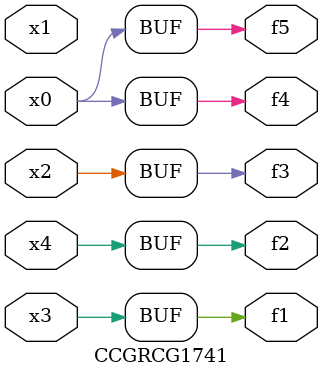
<source format=v>
module CCGRCG1741(
	input x0, x1, x2, x3, x4,
	output f1, f2, f3, f4, f5
);
	assign f1 = x3;
	assign f2 = x4;
	assign f3 = x2;
	assign f4 = x0;
	assign f5 = x0;
endmodule

</source>
